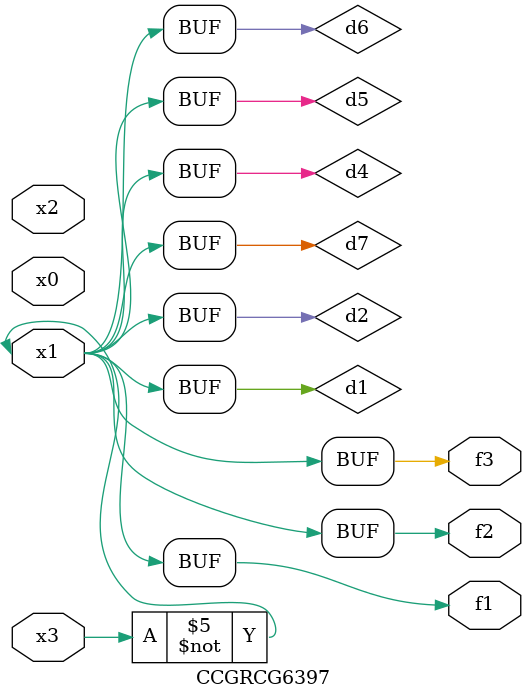
<source format=v>
module CCGRCG6397(
	input x0, x1, x2, x3,
	output f1, f2, f3
);

	wire d1, d2, d3, d4, d5, d6, d7;

	not (d1, x3);
	buf (d2, x1);
	xnor (d3, d1, d2);
	nor (d4, d1);
	buf (d5, d1, d2);
	buf (d6, d4, d5);
	nand (d7, d4);
	assign f1 = d6;
	assign f2 = d7;
	assign f3 = d6;
endmodule

</source>
